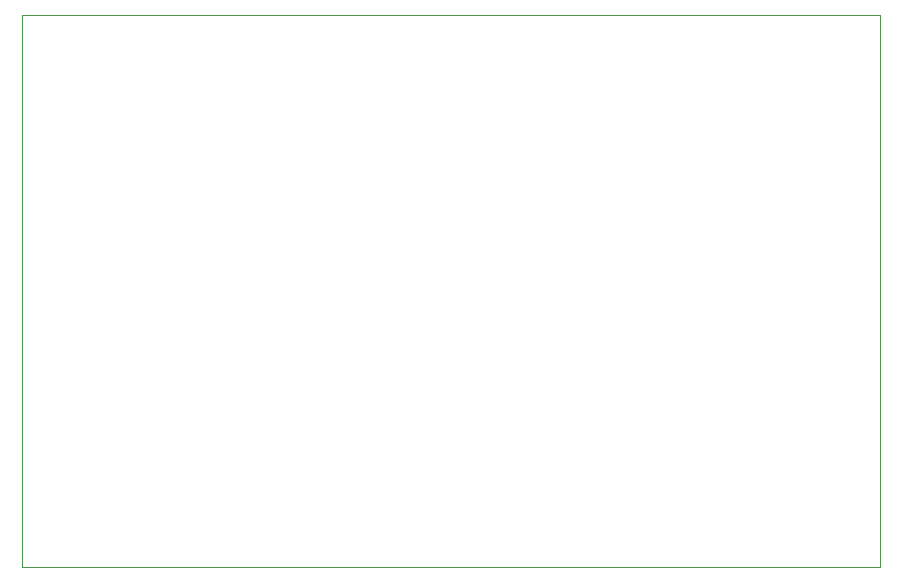
<source format=gbr>
G04 #@! TF.GenerationSoftware,KiCad,Pcbnew,5.0.1*
G04 #@! TF.CreationDate,2019-02-21T21:56:02-06:00*
G04 #@! TF.ProjectId,PowerRDP,506F7765725244502E6B696361645F70,2*
G04 #@! TF.SameCoordinates,Original*
G04 #@! TF.FileFunction,Profile,NP*
%FSLAX46Y46*%
G04 Gerber Fmt 4.6, Leading zero omitted, Abs format (unit mm)*
G04 Created by KiCad (PCBNEW 5.0.1) date Thu 21 Feb 2019 09:56:02 PM CST*
%MOMM*%
%LPD*%
G01*
G04 APERTURE LIST*
%ADD10C,0.100000*%
G04 APERTURE END LIST*
D10*
X156464000Y-45212000D02*
X156464000Y-45720000D01*
X83820000Y-45212000D02*
X83820000Y-45720000D01*
X156464000Y-45720000D02*
X156464000Y-55880000D01*
X83820000Y-45212000D02*
X156464000Y-45212000D01*
X83820000Y-55880000D02*
X83820000Y-45720000D01*
X83820000Y-91948000D02*
X83820000Y-55880000D01*
X156464000Y-91948000D02*
X83820000Y-91948000D01*
X156464000Y-55880000D02*
X156464000Y-91948000D01*
M02*

</source>
